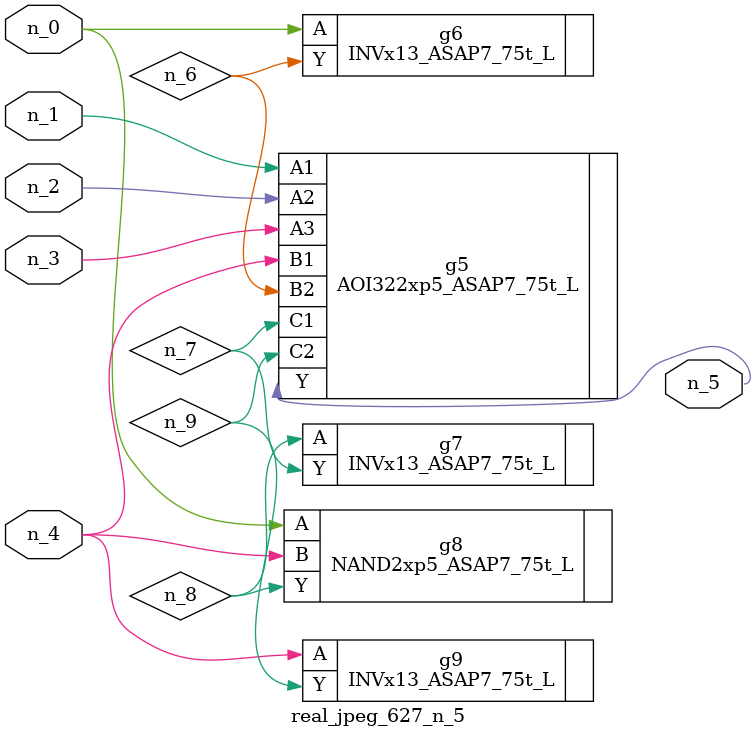
<source format=v>
module real_jpeg_627_n_5 (n_4, n_0, n_1, n_2, n_3, n_5);

input n_4;
input n_0;
input n_1;
input n_2;
input n_3;

output n_5;

wire n_8;
wire n_6;
wire n_7;
wire n_9;

INVx13_ASAP7_75t_L g6 ( 
.A(n_0),
.Y(n_6)
);

NAND2xp5_ASAP7_75t_L g8 ( 
.A(n_0),
.B(n_4),
.Y(n_8)
);

AOI322xp5_ASAP7_75t_L g5 ( 
.A1(n_1),
.A2(n_2),
.A3(n_3),
.B1(n_4),
.B2(n_6),
.C1(n_7),
.C2(n_9),
.Y(n_5)
);

INVx13_ASAP7_75t_L g9 ( 
.A(n_4),
.Y(n_9)
);

INVx13_ASAP7_75t_L g7 ( 
.A(n_8),
.Y(n_7)
);


endmodule
</source>
